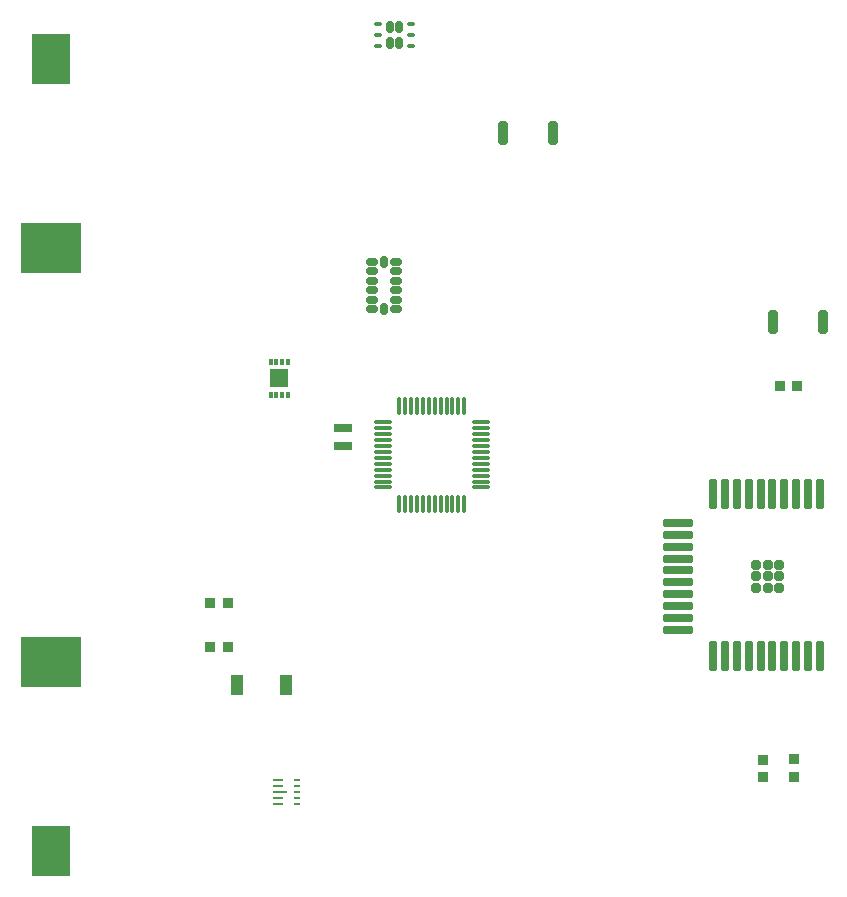
<source format=gtp>
G04 #@! TF.GenerationSoftware,KiCad,Pcbnew,8.0.8*
G04 #@! TF.CreationDate,2025-04-14T10:59:08+01:00*
G04 #@! TF.ProjectId,Bat-mon_v1,4261742d-6d6f-46e5-9f76-312e6b696361,rev?*
G04 #@! TF.SameCoordinates,Original*
G04 #@! TF.FileFunction,Paste,Top*
G04 #@! TF.FilePolarity,Positive*
%FSLAX46Y46*%
G04 Gerber Fmt 4.6, Leading zero omitted, Abs format (unit mm)*
G04 Created by KiCad (PCBNEW 8.0.8) date 2025-04-14 10:59:08*
%MOMM*%
%LPD*%
G01*
G04 APERTURE LIST*
G04 Aperture macros list*
%AMRoundRect*
0 Rectangle with rounded corners*
0 $1 Rounding radius*
0 $2 $3 $4 $5 $6 $7 $8 $9 X,Y pos of 4 corners*
0 Add a 4 corners polygon primitive as box body*
4,1,4,$2,$3,$4,$5,$6,$7,$8,$9,$2,$3,0*
0 Add four circle primitives for the rounded corners*
1,1,$1+$1,$2,$3*
1,1,$1+$1,$4,$5*
1,1,$1+$1,$6,$7*
1,1,$1+$1,$8,$9*
0 Add four rect primitives between the rounded corners*
20,1,$1+$1,$2,$3,$4,$5,0*
20,1,$1+$1,$4,$5,$6,$7,0*
20,1,$1+$1,$6,$7,$8,$9,0*
20,1,$1+$1,$8,$9,$2,$3,0*%
G04 Aperture macros list end*
%ADD10RoundRect,0.200000X-0.200000X-0.200000X0.200000X-0.200000X0.200000X0.200000X-0.200000X0.200000X0*%
%ADD11RoundRect,0.175000X-0.175000X1.125000X-0.175000X-1.125000X0.175000X-1.125000X0.175000X1.125000X0*%
%ADD12RoundRect,0.175000X-1.125000X-0.175000X1.125000X-0.175000X1.125000X0.175000X-1.125000X0.175000X0*%
%ADD13R,0.950000X0.950000*%
%ADD14RoundRect,0.075000X-0.662500X-0.075000X0.662500X-0.075000X0.662500X0.075000X-0.662500X0.075000X0*%
%ADD15RoundRect,0.075000X-0.075000X-0.662500X0.075000X-0.662500X0.075000X0.662500X-0.075000X0.662500X0*%
%ADD16RoundRect,0.150000X-0.150000X-0.350000X0.150000X-0.350000X0.150000X0.350000X-0.150000X0.350000X0*%
%ADD17RoundRect,0.100000X-0.200000X-0.100000X0.200000X-0.100000X0.200000X0.100000X-0.200000X0.100000X0*%
%ADD18R,0.300000X0.600000*%
%ADD19R,1.600000X1.600000*%
%ADD20RoundRect,0.200000X0.200000X0.800000X-0.200000X0.800000X-0.200000X-0.800000X0.200000X-0.800000X0*%
%ADD21R,5.200000X4.240000*%
%ADD22R,3.300000X4.240000*%
%ADD23RoundRect,0.200000X-0.200000X-0.800000X0.200000X-0.800000X0.200000X0.800000X-0.200000X0.800000X0*%
%ADD24R,1.120000X1.720000*%
%ADD25R,0.600000X0.250000*%
%ADD26R,0.900000X0.250000*%
%ADD27R,1.300000X0.250000*%
%ADD28R,1.500000X0.800000*%
%ADD29RoundRect,0.150000X0.325000X0.150000X-0.325000X0.150000X-0.325000X-0.150000X0.325000X-0.150000X0*%
%ADD30RoundRect,0.150000X0.150000X0.325000X-0.150000X0.325000X-0.150000X-0.325000X0.150000X-0.325000X0*%
G04 APERTURE END LIST*
D10*
X96290000Y-74100000D03*
X97290000Y-74100000D03*
X97290000Y-75100000D03*
X96290000Y-75100000D03*
X95290000Y-75100000D03*
X95290000Y-74100000D03*
X95290000Y-73100000D03*
X96290000Y-73100000D03*
X97290000Y-73100000D03*
D11*
X100700000Y-80800000D03*
X99700000Y-80800000D03*
X98700000Y-80800000D03*
X97700000Y-80800000D03*
X96700000Y-80800000D03*
X95700000Y-80800000D03*
X94700000Y-80800000D03*
X93700000Y-80800000D03*
X92700000Y-80800000D03*
X91700000Y-80800000D03*
D12*
X88700000Y-78600000D03*
X88700000Y-77600000D03*
X88700000Y-76600000D03*
X88700000Y-75600000D03*
X88700000Y-74600000D03*
X88700000Y-73600000D03*
X88700000Y-72600000D03*
X88700000Y-71600000D03*
X88700000Y-70600000D03*
X88700000Y-69600000D03*
D11*
X91700000Y-67100000D03*
X92700000Y-67100000D03*
X93700000Y-67100000D03*
X94700000Y-67100000D03*
X95700000Y-67100000D03*
X96700000Y-67100000D03*
X97700000Y-67100000D03*
X98700000Y-67100000D03*
X99700000Y-67100000D03*
X100700000Y-67100000D03*
D13*
X49126726Y-76366726D03*
X50626726Y-76366726D03*
D14*
X63704226Y-61066726D03*
X63704226Y-61566726D03*
X63704226Y-62066726D03*
X63704226Y-62566726D03*
X63704226Y-63066726D03*
X63704226Y-63566726D03*
X63704226Y-64066726D03*
X63704226Y-64566726D03*
X63704226Y-65066726D03*
X63704226Y-65566726D03*
X63704226Y-66066726D03*
X63704226Y-66566726D03*
D15*
X65116726Y-67979226D03*
X65616726Y-67979226D03*
X66116726Y-67979226D03*
X66616726Y-67979226D03*
X67116726Y-67979226D03*
X67616726Y-67979226D03*
X68116726Y-67979226D03*
X68616726Y-67979226D03*
X69116726Y-67979226D03*
X69616726Y-67979226D03*
X70116726Y-67979226D03*
X70616726Y-67979226D03*
D14*
X72029226Y-66566726D03*
X72029226Y-66066726D03*
X72029226Y-65566726D03*
X72029226Y-65066726D03*
X72029226Y-64566726D03*
X72029226Y-64066726D03*
X72029226Y-63566726D03*
X72029226Y-63066726D03*
X72029226Y-62566726D03*
X72029226Y-62066726D03*
X72029226Y-61566726D03*
X72029226Y-61066726D03*
D15*
X70616726Y-59654226D03*
X70116726Y-59654226D03*
X69616726Y-59654226D03*
X69116726Y-59654226D03*
X68616726Y-59654226D03*
X68116726Y-59654226D03*
X67616726Y-59654226D03*
X67116726Y-59654226D03*
X66616726Y-59654226D03*
X66116726Y-59654226D03*
X65616726Y-59654226D03*
X65116726Y-59654226D03*
D13*
X95876726Y-89626726D03*
X95876726Y-91126726D03*
X98566726Y-89576726D03*
X98566726Y-91076726D03*
D16*
X64316726Y-27616726D03*
X64316726Y-28916726D03*
X65116726Y-27616726D03*
X65116726Y-28916726D03*
D17*
X63316726Y-27316726D03*
X63316726Y-28266726D03*
X63316726Y-29216726D03*
X66116726Y-29216726D03*
X66116726Y-28266726D03*
X66116726Y-27316726D03*
D18*
X54216726Y-58716726D03*
X54716726Y-58716726D03*
X55216726Y-58716726D03*
X55716726Y-58716726D03*
X55716726Y-55916726D03*
X55216726Y-55916726D03*
X54716726Y-55916726D03*
X54216726Y-55916726D03*
D19*
X54966726Y-57316726D03*
D20*
X78116726Y-36566726D03*
X73916726Y-36566726D03*
D21*
X35616726Y-46316726D03*
D22*
X35616726Y-30306726D03*
D23*
X96766726Y-52566726D03*
X100966726Y-52566726D03*
D13*
X97316726Y-58016726D03*
X98816726Y-58016726D03*
D24*
X55491726Y-83266726D03*
X51341726Y-83266726D03*
D25*
X56466726Y-93366726D03*
X56466726Y-92866726D03*
X56466726Y-92366726D03*
X56466726Y-91866726D03*
X56466726Y-91366726D03*
D26*
X54816726Y-91366726D03*
X54816726Y-91866726D03*
D27*
X55016726Y-92366726D03*
D26*
X54816726Y-92866726D03*
X54816726Y-93366726D03*
D13*
X49126726Y-80116726D03*
X50626726Y-80116726D03*
D28*
X60366726Y-61566726D03*
X60366726Y-63066726D03*
D21*
X35616726Y-81306726D03*
D22*
X35616726Y-97316726D03*
D29*
X64816726Y-51466726D03*
X64816726Y-50666726D03*
X64816726Y-49866726D03*
X64816726Y-49066726D03*
X64816726Y-48266726D03*
X64816726Y-47466726D03*
D30*
X63816726Y-47466726D03*
D29*
X62816726Y-47466726D03*
X62816726Y-48266726D03*
X62816726Y-49066726D03*
X62816726Y-49866726D03*
X62816726Y-50666726D03*
X62816726Y-51466726D03*
D30*
X63816726Y-51466726D03*
M02*

</source>
